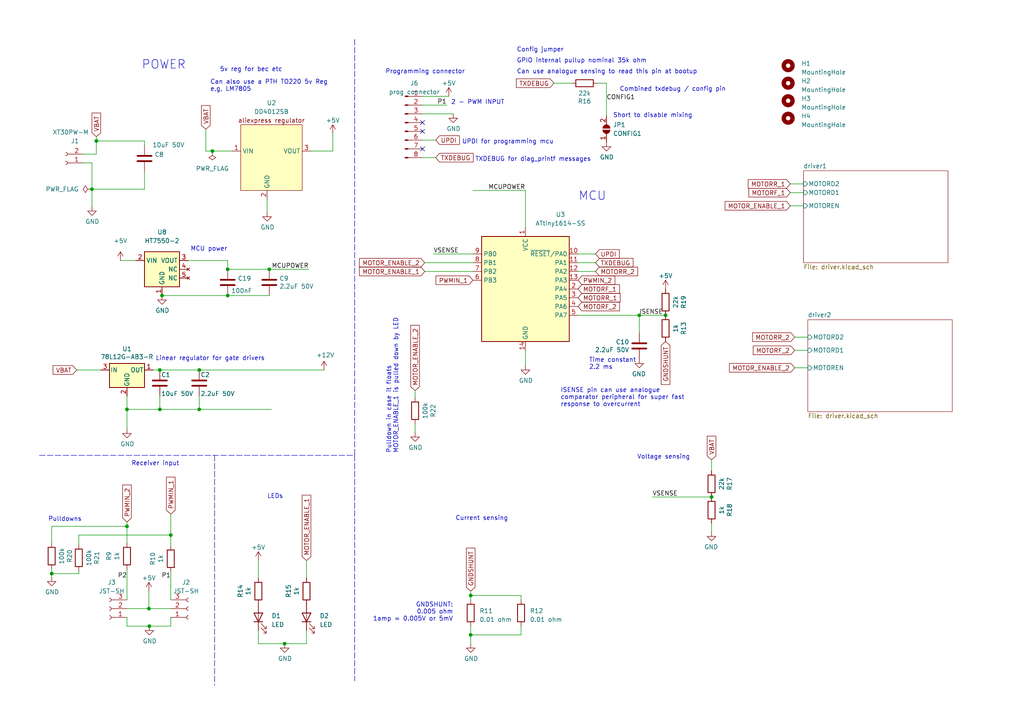
<source format=kicad_sch>
(kicad_sch (version 20211123) (generator eeschema)
  (paper "A4")
  (title_block (title "Beetle Double ESC") (date "2021-10-10") (rev "3") (company "Mark Robson"))
  (lib_symbols
    (symbol "Connector:Conn_01x02_Female" (pin_names (offset 1.016) hide)
      (property "Reference" "J" (at 0 2.54 0))
      (property "Value" "Conn_01x02_Female" (at 0 -5.08 0))
      (symbol "Conn_01x02_Female_1_1"
        (arc (start 0 -2.032) (mid -0.508 -2.54) (end 0 -3.048) (stroke (width 0.1524)))
        (polyline (pts (xy -1.27 -2.54) (xy -0.508 -2.54)) (stroke (width 0.1524)))
        (polyline (pts (xy -1.27 0) (xy -0.508 0)) (stroke (width 0.1524)))
        (arc (start 0 0.508) (mid -0.508 0) (end 0 -0.508) (stroke (width 0.1524)))
        (pin passive line (at -5.08 0 0) (length 3.81) (name "Pin_1") (number "1"))
        (pin passive line (at -5.08 -2.54 0) (length 3.81) (name "Pin_2") (number "2"))
      )
    )
    (symbol "Connector:Conn_01x03_Female" (pin_names (offset 1.016) hide)
      (property "Reference" "J" (at 0 5.08 0))
      (property "Value" "Conn_01x03_Female" (at 0 -5.08 0))
      (symbol "Conn_01x03_Female_1_1"
        (arc (start 0 -2.032) (mid -0.508 -2.54) (end 0 -3.048) (stroke (width 0.1524)))
        (polyline (pts (xy -1.27 -2.54) (xy -0.508 -2.54)) (stroke (width 0.1524)))
        (polyline (pts (xy -1.27 0) (xy -0.508 0)) (stroke (width 0.1524)))
        (polyline (pts (xy -1.27 2.54) (xy -0.508 2.54)) (stroke (width 0.1524)))
        (arc (start 0 0.508) (mid -0.508 0) (end 0 -0.508) (stroke (width 0.1524)))
        (arc (start 0 3.048) (mid -0.508 2.54) (end 0 2.032) (stroke (width 0.1524)))
        (pin passive line (at -5.08 2.54 0) (length 3.81) (name "Pin_1") (number "1"))
        (pin passive line (at -5.08 0 0) (length 3.81) (name "Pin_2") (number "2"))
        (pin passive line (at -5.08 -2.54 0) (length 3.81) (name "Pin_3") (number "3"))
      )
    )
    (symbol "Connector:Conn_01x08_Male" (pin_names (offset 1.016) hide)
      (property "Reference" "J" (at 0 10.16 0))
      (property "Value" "Conn_01x08_Male" (at 0 -12.7 0))
      (symbol "Conn_01x08_Male_1_1"
        (polyline (pts (xy 1.27 -10.16) (xy 0.8636 -10.16)) (stroke (width 0.1524)))
        (polyline (pts (xy 1.27 -7.62) (xy 0.8636 -7.62)) (stroke (width 0.1524)))
        (polyline (pts (xy 1.27 -5.08) (xy 0.8636 -5.08)) (stroke (width 0.1524)))
        (polyline (pts (xy 1.27 -2.54) (xy 0.8636 -2.54)) (stroke (width 0.1524)))
        (polyline (pts (xy 1.27 0) (xy 0.8636 0)) (stroke (width 0.1524)))
        (polyline (pts (xy 1.27 2.54) (xy 0.8636 2.54)) (stroke (width 0.1524)))
        (polyline (pts (xy 1.27 5.08) (xy 0.8636 5.08)) (stroke (width 0.1524)))
        (polyline (pts (xy 1.27 7.62) (xy 0.8636 7.62)) (stroke (width 0.1524)))
        (rectangle (start 0.8636 -10.033) (end 0 -10.287) (stroke (width 0.1524)) (fill (type outline)))
        (rectangle (start 0.8636 -7.493) (end 0 -7.747) (stroke (width 0.1524)) (fill (type outline)))
        (rectangle (start 0.8636 -4.953) (end 0 -5.207) (stroke (width 0.1524)) (fill (type outline)))
        (rectangle (start 0.8636 -2.413) (end 0 -2.667) (stroke (width 0.1524)) (fill (type outline)))
        (rectangle (start 0.8636 0.127) (end 0 -0.127) (stroke (width 0.1524)) (fill (type outline)))
        (rectangle (start 0.8636 2.667) (end 0 2.413) (stroke (width 0.1524)) (fill (type outline)))
        (rectangle (start 0.8636 5.207) (end 0 4.953) (stroke (width 0.1524)) (fill (type outline)))
        (rectangle (start 0.8636 7.747) (end 0 7.493) (stroke (width 0.1524)) (fill (type outline)))
        (pin passive line (at 5.08 7.62 180) (length 3.81) (name "Pin_1") (number "1"))
        (pin passive line (at 5.08 5.08 180) (length 3.81) (name "Pin_2") (number "2"))
        (pin passive line (at 5.08 2.54 180) (length 3.81) (name "Pin_3") (number "3"))
        (pin passive line (at 5.08 0 180) (length 3.81) (name "Pin_4") (number "4"))
        (pin passive line (at 5.08 -2.54 180) (length 3.81) (name "Pin_5") (number "5"))
        (pin passive line (at 5.08 -5.08 180) (length 3.81) (name "Pin_6") (number "6"))
        (pin passive line (at 5.08 -7.62 180) (length 3.81) (name "Pin_7") (number "7"))
        (pin passive line (at 5.08 -10.16 180) (length 3.81) (name "Pin_8") (number "8"))
      )
    )
    (symbol "Device:C" (pin_numbers hide) (pin_names (offset 0.254))
      (property "Reference" "C" (at 0.635 2.54 0))
      (property "Value" "C" (at 0.635 -2.54 0))
      (symbol "C_0_1"
        (polyline (pts (xy -2.032 -0.762) (xy 2.032 -0.762)) (stroke (width 0.508)))
        (polyline (pts (xy -2.032 0.762) (xy 2.032 0.762)) (stroke (width 0.508)))
      )
      (symbol "C_1_1"
        (pin passive line (at 0 3.81 270) (length 2.794) (name "~") (number "1"))
        (pin passive line (at 0 -3.81 90) (length 2.794) (name "~") (number "2"))
      )
    )
    (symbol "Device:LED" (pin_numbers hide) (pin_names (offset 1.016) hide)
      (property "Reference" "D" (at 0 2.54 0))
      (property "Value" "LED" (at 0 -2.54 0))
      (symbol "LED_0_1"
        (polyline (pts (xy -1.27 -1.27) (xy -1.27 1.27)) (stroke (width 0.254)))
        (polyline (pts (xy -1.27 0) (xy 1.27 0)))
        (polyline (pts (xy 1.27 -1.27) (xy 1.27 1.27) (xy -1.27 0) (xy 1.27 -1.27)) (stroke (width 0.254)))
        (polyline (pts (xy -3.048 -0.762) (xy -4.572 -2.286) (xy -3.81 -2.286) (xy -4.572 -2.286) (xy -4.572 -1.524)))
        (polyline (pts (xy -1.778 -0.762) (xy -3.302 -2.286) (xy -2.54 -2.286) (xy -3.302 -2.286) (xy -3.302 -1.524)))
      )
      (symbol "LED_1_1"
        (pin passive line (at -3.81 0 0) (length 2.54) (name "K") (number "1"))
        (pin passive line (at 3.81 0 180) (length 2.54) (name "A") (number "2"))
      )
    )
    (symbol "Device:R" (pin_numbers hide) (pin_names (offset 0))
      (property "Reference" "R" (at 2.032 0 90))
      (property "Value" "R" (at 0 0 90))
      (symbol "R_0_1"
        (rectangle (start -1.016 -2.54) (end 1.016 2.54) (stroke (width 0.254)))
      )
      (symbol "R_1_1"
        (pin passive line (at 0 3.81 270) (length 1.27) (name "~") (number "1"))
        (pin passive line (at 0 -3.81 90) (length 1.27) (name "~") (number "2"))
      )
    )
    (symbol "Jumper:SolderJumper_2_Open" (pin_names (offset 0) hide)
      (property "Reference" "JP" (at 0 2.032 0))
      (property "Value" "SolderJumper_2_Open" (at 0 -2.54 0))
      (symbol "SolderJumper_2_Open_0_1"
        (arc (start -0.254 1.016) (mid -1.27 0) (end -0.254 -1.016))
        (arc (start -0.254 1.016) (mid -1.27 0) (end -0.254 -1.016) (fill (type outline)))
        (polyline (pts (xy -0.254 1.016) (xy -0.254 -1.016)))
        (polyline (pts (xy 0.254 1.016) (xy 0.254 -1.016)))
        (arc (start 0.254 -1.016) (mid 1.27 0) (end 0.254 1.016))
        (arc (start 0.254 -1.016) (mid 1.27 0) (end 0.254 1.016) (fill (type outline)))
      )
      (symbol "SolderJumper_2_Open_1_1"
        (pin passive line (at -3.81 0 0) (length 2.54) (name "A") (number "1"))
        (pin passive line (at 3.81 0 180) (length 2.54) (name "B") (number "2"))
      )
    )
    (symbol "MCU_Microchip_ATtiny:ATtiny1614-SS"
      (property "Reference" "U" (at -12.7 16.51 0))
      (property "Value" "ATtiny1614-SS" (at 2.54 -16.51 0))
      (symbol "ATtiny1614-SS_0_1"
        (rectangle (start -12.7 -15.24) (end 12.7 15.24) (stroke (width 0.254)) (fill (type background)))
      )
      (symbol "ATtiny1614-SS_1_1"
        (pin power_in line (at 0 17.78 270) (length 2.54) (name "VCC") (number "1"))
        (pin bidirectional line (at 15.24 10.16 180) (length 2.54) (name "~{RESET}/PA0") (number "10"))
        (pin bidirectional line (at 15.24 7.62 180) (length 2.54) (name "PA1") (number "11"))
        (pin bidirectional line (at 15.24 5.08 180) (length 2.54) (name "PA2") (number "12"))
        (pin bidirectional line (at 15.24 2.54 180) (length 2.54) (name "PA3") (number "13"))
        (pin power_in line (at 0 -17.78 90) (length 2.54) (name "GND") (number "14"))
        (pin bidirectional line (at 15.24 0 180) (length 2.54) (name "PA4") (number "2"))
        (pin bidirectional line (at 15.24 -2.54 180) (length 2.54) (name "PA5") (number "3"))
        (pin bidirectional line (at 15.24 -5.08 180) (length 2.54) (name "PA6") (number "4"))
        (pin bidirectional line (at 15.24 -7.62 180) (length 2.54) (name "PA7") (number "5"))
        (pin bidirectional line (at -15.24 2.54 0) (length 2.54) (name "PB3") (number "6"))
        (pin bidirectional line (at -15.24 5.08 0) (length 2.54) (name "PB2") (number "7"))
        (pin bidirectional line (at -15.24 7.62 0) (length 2.54) (name "PB1") (number "8"))
        (pin bidirectional line (at -15.24 10.16 0) (length 2.54) (name "PB0") (number "9"))
      )
    )
    (symbol "Mechanical:MountingHole" (pin_names (offset 1.016))
      (property "Reference" "H" (at 0 5.08 0))
      (property "Value" "MountingHole" (at 0 3.175 0))
      (symbol "MountingHole_0_1"
        (circle (center 0 0) (radius 1.27) (stroke (width 1.27)))
      )
    )
    (symbol "Regulator_Linear:L78L12_SOT89" (pin_names (offset 0.254))
      (property "Reference" "U" (at -3.81 3.175 0))
      (property "Value" "L78L12_SOT89" (at -0.635 3.175 0))
      (symbol "L78L12_SOT89_0_1"
        (rectangle (start -5.08 1.905) (end 5.08 -5.08) (stroke (width 0.254)) (fill (type background)))
      )
      (symbol "L78L12_SOT89_1_1"
        (pin power_out line (at 7.62 0 180) (length 2.54) (name "OUT") (number "1"))
        (pin power_in line (at 0 -7.62 90) (length 2.54) (name "GND") (number "2"))
        (pin power_in line (at -7.62 0 0) (length 2.54) (name "IN") (number "3"))
      )
    )
    (symbol "beetledouble:DD4012SB"
      (property "Reference" "U" (at 0 5.08 0))
      (property "Value" "DD4012SB" (at 0 7.62 0))
      (symbol "DD4012SB_0_0"
        (text "aliexpress regulator" (at 0 10.16 0) (effects (font (size 1.27 1.27))))
      )
      (symbol "DD4012SB_0_1"
        (rectangle (start -8.89 8.89) (end 8.89 -10.16) (stroke (width 0.1524)) (fill (type background)))
      )
      (symbol "DD4012SB_1_1"
        (pin power_in line (at -11.43 1.27 0) (length 2.54) (name "VIN") (number "1"))
        (pin power_in line (at -1.27 -12.7 90) (length 2.54) (name "GND") (number "2"))
        (pin power_out line (at 11.43 1.27 180) (length 2.54) (name "VOUT") (number "3"))
      )
    )
    (symbol "beetledouble:HT75XX-SOT23-5"
      (property "Reference" "U" (at -5.08 -3.81 0))
      (property "Value" "HT75XX-SOT23-5" (at 0 6.35 0))
      (symbol "HT75XX-SOT23-5_0_1"
        (rectangle (start -5.08 5.08) (end 5.08 -5.08) (stroke (width 0.254)) (fill (type background)))
      )
      (symbol "HT75XX-SOT23-5_1_1"
        (pin power_in line (at 0 -7.62 90) (length 2.54) (name "GND") (number "1"))
        (pin power_in line (at -7.62 2.54 0) (length 2.54) (name "VIN") (number "2"))
        (pin power_out line (at 7.62 2.54 180) (length 2.54) (name "VOUT") (number "3"))
        (pin no_connect line (at 7.62 0 180) (length 2.54) (name "NC") (number "4"))
        (pin no_connect line (at 7.62 -2.54 180) (length 2.54) (name "NC") (number "5"))
      )
    )
    (symbol "power:+12V" (power) (pin_names (offset 0))
      (property "Value" "+12V" (at 0 3.556 0))
      (symbol "+12V_0_1"
        (polyline (pts (xy -0.762 1.27) (xy 0 2.54)))
        (polyline (pts (xy 0 0) (xy 0 2.54)))
        (polyline (pts (xy 0 2.54) (xy 0.762 1.27)))
      )
      (symbol "+12V_1_1"
        (pin power_in line (at 0 0 90) (length 0) hide (name "+12V") (number "1"))
      )
    )
    (symbol "power:+5V" (power) (pin_names (offset 0))
      (property "Value" "+5V" (at 0 3.556 0))
      (symbol "+5V_0_1"
        (polyline (pts (xy -0.762 1.27) (xy 0 2.54)))
        (polyline (pts (xy 0 0) (xy 0 2.54)))
        (polyline (pts (xy 0 2.54) (xy 0.762 1.27)))
      )
      (symbol "+5V_1_1"
        (pin power_in line (at 0 0 90) (length 0) hide (name "+5V") (number "1"))
      )
    )
    (symbol "power:GND" (power) (pin_names (offset 0))
      (property "Value" "GND" (at 0 -3.81 0))
      (symbol "GND_0_1"
        (polyline (pts (xy 0 0) (xy 0 -1.27) (xy 1.27 -1.27) (xy 0 -2.54) (xy -1.27 -1.27) (xy 0 -1.27)))
      )
      (symbol "GND_1_1"
        (pin power_in line (at 0 0 270) (length 0) hide (name "GND") (number "1"))
      )
    )
    (symbol "power:PWR_FLAG" (power) (pin_numbers hide) (pin_names (offset 0) hide)
      (property "Value" "PWR_FLAG" (at 0 3.81 0))
      (symbol "PWR_FLAG_0_0"
        (pin power_out line (at 0 0 90) (length 0) (name "pwr") (number "1"))
      )
      (symbol "PWR_FLAG_0_1"
        (polyline (pts (xy 0 0) (xy 0 1.27) (xy -1.016 1.905) (xy 0 2.54) (xy 1.016 1.905) (xy 0 1.27)))
      )
    )
  )
  (junction (at 185.42 91.44))
  (junction (at 206.375 144.145))
  (junction (at 46.355 118.745))
  (junction (at 193.04 91.44))
  (junction (at 46.355 107.315))
  (junction (at 14.986 166.37))
  (junction (at 49.53 155.194))
  (junction (at 61.595 43.815) (diameter 0.9144))
  (junction (at 136.525 172.72) (diameter 0.9144))
  (junction (at 57.785 118.745))
  (junction (at 136.525 184.15) (diameter 0.9144))
  (junction (at 78.105 78.105))
  (junction (at 26.67 54.864) (diameter 0.9144))
  (junction (at 57.785 107.315))
  (junction (at 36.83 118.745))
  (junction (at 43.307 181.61) (diameter 0.9144))
  (junction (at 66.04 85.725))
  (junction (at 43.18 176.53))
  (junction (at 82.55 186.69) (diameter 0.9144))
  (junction (at 46.99 85.725))
  (junction (at 36.83 152.654))
  (junction (at 66.04 78.105))
  (junction (at 27.94 40.894) (diameter 0.9144))
  (no_connect (at 122.555 35.56))
  (no_connect (at 122.555 38.1))
  (no_connect (at 122.555 43.18))
  (wire (pts (xy 230.505 106.68) (xy 234.315 106.68)))
  (wire (pts (xy 136.525 172.72) (xy 151.13 172.72)))
  (wire (pts (xy 151.13 172.72) (xy 151.13 173.99)))
  (polyline (pts (xy 11.43 132.08) (xy 102.87 132.08)) (stroke (width 0) (type dash)))
  (polyline (pts (xy 102.87 11.43) (xy 102.87 132.08)) (stroke (width 0) (type dash)))
  (wire (pts (xy 229.235 53.34) (xy 233.045 53.34)))
  (wire (pts (xy 57.785 118.745) (xy 78.74 118.745)))
  (wire (pts (xy 160.655 24.13) (xy 165.735 24.13)))
  (wire (pts (xy 49.53 179.07) (xy 49.53 181.61)))
  (wire (pts (xy 14.986 165.1) (xy 14.986 166.37)))
  (polyline (pts (xy 62.23 132.08) (xy 62.23 198.755)))
  (wire (pts (xy 44.45 107.315) (xy 46.355 107.315)))
  (wire (pts (xy 46.355 107.315) (xy 57.785 107.315)))
  (wire (pts (xy 54.61 75.565) (xy 66.04 75.565)))
  (wire (pts (xy 66.04 75.565) (xy 66.04 78.105)))
  (wire (pts (xy 78.105 78.105) (xy 89.535 78.105)))
  (wire (pts (xy 152.4 101.6) (xy 152.4 106.045)))
  (wire (pts (xy 136.525 171.45) (xy 136.525 172.72)))
  (wire (pts (xy 136.525 172.72) (xy 136.525 173.99)))
  (wire (pts (xy 22.86 155.194) (xy 49.53 155.194)))
  (wire (pts (xy 27.94 40.894) (xy 41.91 40.894)))
  (wire (pts (xy 41.91 40.894) (xy 41.91 42.164)))
  (wire (pts (xy 59.69 37.465) (xy 59.69 43.815)))
  (wire (pts (xy 61.595 43.815) (xy 59.69 43.815)))
  (wire (pts (xy 67.31 43.815) (xy 61.595 43.815)))
  (wire (pts (xy 120.396 122.936) (xy 120.396 125.476)))
  (wire (pts (xy 175.895 24.13) (xy 173.355 24.13)))
  (wire (pts (xy 175.895 24.13) (xy 175.895 33.655)))
  (wire (pts (xy 125.73 73.66) (xy 137.16 73.66)))
  (wire (pts (xy 22.225 107.315) (xy 29.21 107.315)))
  (wire (pts (xy 46.99 85.725) (xy 66.04 85.725)))
  (wire (pts (xy 66.04 85.725) (xy 78.105 85.725)))
  (wire (pts (xy 152.4 55.245) (xy 152.4 66.04)))
  (wire (pts (xy 185.42 91.44) (xy 167.64 91.44)))
  (wire (pts (xy 193.04 91.44) (xy 185.42 91.44)))
  (wire (pts (xy 24.13 47.244) (xy 26.67 47.244)))
  (wire (pts (xy 26.67 47.244) (xy 26.67 54.864)))
  (wire (pts (xy 26.67 54.864) (xy 26.67 59.944)))
  (wire (pts (xy 229.235 59.69) (xy 233.045 59.69)))
  (wire (pts (xy 14.986 157.48) (xy 14.986 152.654)))
  (wire (pts (xy 229.235 55.88) (xy 233.045 55.88)))
  (wire (pts (xy 36.83 176.53) (xy 43.18 176.53)))
  (wire (pts (xy 36.83 151.384) (xy 36.83 152.654)))
  (wire (pts (xy 74.93 162.56) (xy 74.93 167.64)))
  (wire (pts (xy 206.375 151.765) (xy 206.375 154.305)))
  (wire (pts (xy 36.83 152.654) (xy 36.83 157.48)))
  (wire (pts (xy 122.555 33.02) (xy 131.445 33.02)))
  (wire (pts (xy 43.307 181.61) (xy 49.53 181.61)))
  (wire (pts (xy 43.18 176.53) (xy 49.53 176.53)))
  (wire (pts (xy 66.04 78.105) (xy 78.105 78.105)))
  (wire (pts (xy 74.93 182.88) (xy 74.93 186.69)))
  (wire (pts (xy 74.93 186.69) (xy 82.55 186.69)))
  (wire (pts (xy 46.355 118.745) (xy 57.785 118.745)))
  (wire (pts (xy 90.17 43.815) (xy 96.52 43.815)))
  (wire (pts (xy 96.52 38.735) (xy 96.52 43.815)))
  (wire (pts (xy 206.375 133.35) (xy 206.375 136.525)))
  (wire (pts (xy 24.13 44.704) (xy 27.94 44.704)))
  (wire (pts (xy 27.94 40.894) (xy 27.94 39.624)))
  (wire (pts (xy 27.94 44.704) (xy 27.94 40.894)))
  (wire (pts (xy 189.23 144.145) (xy 206.375 144.145)))
  (wire (pts (xy 230.505 101.6) (xy 234.315 101.6)))
  (wire (pts (xy 152.4 55.245) (xy 137.16 55.245)))
  (wire (pts (xy 123.19 76.2) (xy 137.16 76.2)))
  (polyline (pts (xy 102.87 132.08) (xy 102.87 197.485)))
  (wire (pts (xy 136.525 184.15) (xy 136.525 181.61)))
  (wire (pts (xy 151.13 181.61) (xy 151.13 184.15)))
  (wire (pts (xy 151.13 184.15) (xy 136.525 184.15)))
  (wire (pts (xy 49.53 149.098) (xy 49.53 155.194)))
  (wire (pts (xy 36.83 181.61) (xy 43.307 181.61)))
  (wire (pts (xy 36.83 118.745) (xy 36.83 124.46)))
  (wire (pts (xy 57.785 114.935) (xy 57.785 118.745)))
  (wire (pts (xy 43.18 176.53) (xy 43.18 171.45)))
  (wire (pts (xy 185.42 91.44) (xy 185.42 96.52)))
  (wire (pts (xy 34.925 75.565) (xy 39.37 75.565)))
  (wire (pts (xy 49.53 155.194) (xy 49.53 158.242)))
  (wire (pts (xy 46.355 114.935) (xy 46.355 118.745)))
  (wire (pts (xy 122.555 27.94) (xy 130.175 27.94)))
  (wire (pts (xy 136.525 184.15) (xy 136.525 186.69)))
  (wire (pts (xy 120.396 113.284) (xy 120.396 115.316)))
  (wire (pts (xy 36.83 118.745) (xy 46.355 118.745)))
  (wire (pts (xy 88.9 162.56) (xy 88.9 167.64)))
  (wire (pts (xy 22.86 157.988) (xy 22.86 155.194)))
  (wire (pts (xy 167.64 78.74) (xy 172.72 78.74)))
  (wire (pts (xy 49.53 165.862) (xy 49.53 173.99)))
  (wire (pts (xy 36.83 179.07) (xy 36.83 181.61)))
  (wire (pts (xy 77.47 57.785) (xy 77.47 61.595)))
  (wire (pts (xy 122.555 40.64) (xy 126.365 40.64)))
  (wire (pts (xy 57.785 107.315) (xy 93.98 107.315)))
  (wire (pts (xy 14.986 152.654) (xy 36.83 152.654)))
  (wire (pts (xy 230.505 97.79) (xy 234.315 97.79)))
  (wire (pts (xy 36.83 114.935) (xy 36.83 118.745)))
  (wire (pts (xy 167.64 76.2) (xy 172.72 76.2)))
  (wire (pts (xy 36.83 165.1) (xy 36.83 173.99)))
  (wire (pts (xy 122.555 30.48) (xy 129.54 30.48)))
  (wire (pts (xy 88.9 182.88) (xy 88.9 186.69)))
  (wire (pts (xy 88.9 186.69) (xy 82.55 186.69)))
  (wire (pts (xy 14.986 166.37) (xy 14.986 167.386)))
  (wire (pts (xy 22.86 165.608) (xy 22.86 166.37)))
  (wire (pts (xy 22.86 166.37) (xy 14.986 166.37)))
  (wire (pts (xy 122.555 45.72) (xy 126.365 45.72)))
  (wire (pts (xy 167.64 73.66) (xy 172.72 73.66)))
  (wire (pts (xy 123.19 78.74) (xy 137.16 78.74)))
  (wire (pts (xy 41.91 49.784) (xy 41.91 54.864)))
  (wire (pts (xy 26.67 54.864) (xy 41.91 54.864)))
  (text "Voltage sensing" (at 184.785 133.35 0) (effects (font (size 1.27 1.27)) (justify left bottom)))
  (text "LEDs" (at 77.47 144.78 0) (effects (font (size 1.27 1.27)) (justify left bottom)))
  (text "5v reg for bec etc" (at 81.915 20.955 180) (effects (font (size 1.27 1.27)) (justify right bottom)))
  (text "Can use analogue sensing to read this pin at bootup" (at 149.86 21.59 0) (effects (font (size 1.27 1.27)) (justify left bottom)))
  (text "Linear regulator for gate drivers" (at 76.835 104.775 180) (effects (font (size 1.27 1.27)) (justify right bottom)))
  (text "Programming connector" (at 111.76 21.59 0) (effects (font (size 1.27 1.27)) (justify left bottom)))
  (text "Pulldowns" (at 13.97 151.384 0) (effects (font (size 1.27 1.27)) (justify left bottom)))
  (text "Short to disable mixing" (at 177.8 34.29 0) (effects (font (size 1.27 1.27)) (justify left bottom)))
  (text "POWER" (at 53.975 20.32 180) (effects (font (size 2.5 2.5)) (justify right bottom)))
  (text "Can also use a PTH TO220 5v Reg\ne,g, LM7805" (at 60.96 26.67 0) (effects (font (size 1.27 1.27)) (justify left bottom)))
  (text "MCU power" (at 55.245 73.025 0) (effects (font (size 1.27 1.27)) (justify left bottom)))
  (text "Combined txdebug / config pin" (at 179.705 26.67 0) (effects (font (size 1.27 1.27)) (justify left bottom)))
  (text "MCU" (at 175.895 58.42 180) (effects (font (size 2.5 2.5)) (justify right bottom)))
  (text "GNDSHUNT:\n0.005 ohm\n1amp = 0.005V or 5mV" (at 131.445 180.34 180) (effects (font (size 1.27 1.27)) (justify right bottom)))
  (text "ISENSE pin can use analogue \ncomparator peripheral for super fast\nresponse to overcurrent" (at 162.56 118.11 0) (effects (font (size 1.27 1.27)) (justify left bottom)))
  (text "Pulldown in case it floats\nMOTOR_ENABLE_1 is pulled down by LED" (at 115.57 131.572 90) (effects (font (size 1.27 1.27)) (justify left bottom)))
  (text "GPIO internal pullup nominal 35k ohm" (at 149.86 18.415 0) (effects (font (size 1.27 1.27)) (justify left bottom)))
  (text "Current sensing" (at 132.08 151.13 0) (effects (font (size 1.27 1.27)) (justify left bottom)))
  (text "2 - PWM INPUT" (at 130.81 30.48 0) (effects (font (size 1.27 1.27)) (justify left bottom)))
  (text "Time constant\n2.2 ms" (at 170.815 107.315 0) (effects (font (size 1.27 1.27)) (justify left bottom)))
  (text "Receiver input" (at 38.1 135.255 0) (effects (font (size 1.27 1.27)) (justify left bottom)))
  (text "UPDI for programming mcu" (at 133.985 41.91 0) (effects (font (size 1.27 1.27)) (justify left bottom)))
  (text "TXDEBUG for diag_printf messages" (at 137.795 46.99 0) (effects (font (size 1.27 1.27)) (justify left bottom)))
  (text "Config jumper" (at 149.86 15.24 0) (effects (font (size 1.27 1.27)) (justify left bottom)))
  (label "VSENSE" (at 125.73 73.66 0))
  (label "VSENSE" (at 189.23 144.145 0))
  (label "MCUPOWER" (at 141.605 55.245 0))
  (label "MCUPOWER" (at 89.535 78.105 180))
  (label "P1" (at 129.54 30.48 180))
  (label "ISENSE" (at 185.42 91.44 0))
  (label "CONFIG1" (at 175.895 29.21 0))
  (label "P1" (at 49.53 167.894 180))
  (label "P2" (at 36.83 167.894 180))
  (global_label "MOTORR_2" (shape input) (at 230.505 97.79 180) (property "Intersheet References" "${INTERSHEET_REFS}" (effects hide)))
  (global_label "MOTORR_1" (shape input) (at 229.235 53.34 180) (property "Intersheet References" "${INTERSHEET_REFS}" (effects hide)))
  (global_label "PWMIN_2" (shape input) (at 36.83 151.384 90) (property "Intersheet References" "${INTERSHEET_REFS}" (effects hide)))
  (global_label "PWMIN_1" (shape input) (at 49.53 149.098 90) (property "Intersheet References" "${INTERSHEET_REFS}" (effects hide)))
  (global_label "MOTORF_1" (shape input) (at 167.64 83.82 0) (property "Intersheet References" "${INTERSHEET_REFS}" (effects hide)))
  (global_label "MOTOR_ENABLE_1" (shape input) (at 229.235 59.69 180) (property "Intersheet References" "${INTERSHEET_REFS}" (effects hide)))
  (global_label "MOTORR_2" (shape input) (at 172.72 78.74 0) (property "Intersheet References" "${INTERSHEET_REFS}" (effects hide)))
  (global_label "MOTORF_1" (shape input) (at 229.235 55.88 180) (property "Intersheet References" "${INTERSHEET_REFS}" (effects hide)))
  (global_label "GNDSHUNT" (shape input) (at 193.04 99.06 270) (property "Intersheet References" "${INTERSHEET_REFS}" (effects hide)))
  (global_label "MOTOR_ENABLE_1" (shape input) (at 123.19 78.74 180) (property "Intersheet References" "${INTERSHEET_REFS}" (effects hide)))
  (global_label "MOTOR_ENABLE_2" (shape input) (at 120.396 113.284 90) (property "Intersheet References" "${INTERSHEET_REFS}" (effects hide)))
  (global_label "VBAT" (shape input) (at 27.94 39.624 90) (property "Intersheet References" "${INTERSHEET_REFS}" (effects hide)))
  (global_label "PWMIN_1" (shape input) (at 137.16 81.28 180) (property "Intersheet References" "${INTERSHEET_REFS}" (effects hide)))
  (global_label "TXDEBUG" (shape input) (at 126.365 45.72 0) (property "Intersheet References" "${INTERSHEET_REFS}" (effects hide)))
  (global_label "VBAT" (shape input) (at 59.69 37.465 90) (property "Intersheet References" "${INTERSHEET_REFS}" (effects hide)))
  (global_label "MOTOR_ENABLE_2" (shape input) (at 123.19 76.2 180) (property "Intersheet References" "${INTERSHEET_REFS}" (effects hide)))
  (global_label "MOTORF_2" (shape input) (at 167.64 88.9 0) (property "Intersheet References" "${INTERSHEET_REFS}" (effects hide)))
  (global_label "UPDI" (shape input) (at 126.365 40.64 0) (property "Intersheet References" "${INTERSHEET_REFS}" (effects hide)))
  (global_label "TXDEBUG" (shape input) (at 160.655 24.13 180) (property "Intersheet References" "${INTERSHEET_REFS}" (effects hide)))
  (global_label "TXDEBUG" (shape input) (at 172.72 76.2 0) (property "Intersheet References" "${INTERSHEET_REFS}" (effects hide)))
  (global_label "PWMIN_2" (shape input) (at 167.64 81.28 0) (property "Intersheet References" "${INTERSHEET_REFS}" (effects hide)))
  (global_label "MOTORF_2" (shape input) (at 230.505 101.6 180) (property "Intersheet References" "${INTERSHEET_REFS}" (effects hide)))
  (global_label "MOTOR_ENABLE_1" (shape input) (at 88.9 162.56 90) (property "Intersheet References" "${INTERSHEET_REFS}" (effects hide)))
  (global_label "MOTOR_ENABLE_2" (shape input) (at 230.505 106.68 180) (property "Intersheet References" "${INTERSHEET_REFS}" (effects hide)))
  (global_label "MOTORR_1" (shape input) (at 167.64 86.36 0) (property "Intersheet References" "${INTERSHEET_REFS}" (effects hide)))
  (global_label "GNDSHUNT" (shape input) (at 136.525 171.45 90) (property "Intersheet References" "${INTERSHEET_REFS}" (effects hide)))
  (global_label "VBAT" (shape input) (at 206.375 133.35 90) (property "Intersheet References" "${INTERSHEET_REFS}" (effects hide)))
  (global_label "VBAT" (shape input) (at 22.225 107.315 180) (property "Intersheet References" "${INTERSHEET_REFS}" (effects hide)))
  (global_label "UPDI" (shape input) (at 172.72 73.66 0) (property "Intersheet References" "${INTERSHEET_REFS}" (effects hide)))
  (symbol (lib_id "Connector:Conn_01x08_Male") (at 117.475 35.56 0) (unit 1)
    (property "Reference" "J6" (at 120.1674 24.13 0))
    (property "Value" "prog connector" (at 120.1674 26.67 0))
    (property "Footprint" "beetledouble:SOIC_clipProgSmall" (effects hide))
  )
  (symbol (lib_id "beetledouble:HT75XX-SOT23-5") (at 46.99 78.105 0) (unit 1)
    (property "Reference" "U8" (at 46.99 67.31 0))
    (property "Value" "HT7550-2" (at 46.99 69.85 0))
    (property "Footprint" "Package_TO_SOT_SMD:SOT-23-5" (effects hide))
    (property "Datasheet" "https://www.holtek.com/documents/10179/116711/HT75xx-1v250.pdf" (effects hide))
    (property "LCSC" "C81799" (effects hide))
  )
  (symbol (lib_id "power:GND") (at 36.83 124.46 0) (unit 1)
    (property "Reference" "#PWR02" (effects hide))
    (property "Value" "GND" (at 36.9443 128.7844 0))
  )
  (symbol (lib_id "beetledouble:DD4012SB") (at 78.74 45.085 0) (unit 1)
    (property "Reference" "U2" (at 78.74 29.845 0))
    (property "Value" "DD4012SB" (at 78.74 32.385 0))
    (property "Footprint" "beetledouble:aliexpress_regulator_3p" (effects hide))
    (property "Datasheet" "https://www.aliexpress.com/item/32973365190.html" (effects hide))
  )
  (symbol (lib_id "Device:C") (at 46.355 111.125 0) (unit 1)
    (property "Reference" "C1" (at 46.7361 108.7056 0) (effects (justify left)))
    (property "Value" "10uF 50V" (at 46.7361 114.1793 0) (effects (justify left)))
    (property "Footprint" "Capacitor_SMD:C_1206_3216Metric" (effects hide))
    (property "LCSC" "C13585" (effects hide))
  )
  (symbol (lib_id "power:PWR_FLAG") (at 61.595 43.815 180) (unit 1)
    (property "Reference" "#FLG01" (effects hide))
    (property "Value" "PWR_FLAG" (at 61.595 48.895 0))
  )
  (symbol (lib_id "Mechanical:MountingHole") (at 228.6 19.05 0) (unit 1)
    (property "Reference" "H1" (at 232.41 18.4149 0) (effects (justify left)))
    (property "Value" "MountingHole" (at 232.41 20.9549 0) (effects (justify left)))
    (property "Footprint" "MountingHole:MountingHole_2.7mm_M2.5" (effects hide))
  )
  (symbol (lib_id "Mechanical:MountingHole") (at 228.6 34.29 0) (unit 1)
    (property "Reference" "H4" (at 232.41 33.6549 0) (effects (justify left)))
    (property "Value" "MountingHole" (at 232.41 36.1949 0) (effects (justify left)))
    (property "Footprint" "MountingHole:MountingHole_2.7mm_M2.5" (effects hide))
  )
  (symbol (lib_id "power:GND") (at 77.47 61.595 0) (unit 1)
    (property "Reference" "#PWR03" (effects hide))
    (property "Value" "GND" (at 77.5843 65.9194 0))
  )
  (symbol (lib_id "Device:LED") (at 88.9 179.07 90) (unit 1)
    (property "Reference" "D2" (at 92.71 178.6254 90) (effects (justify right)))
    (property "Value" "LED" (at 92.71 181.1654 90) (effects (justify right)))
    (property "Footprint" "LED_SMD:LED_0603_1608Metric_Pad1.05x0.95mm_HandSolder" (effects hide))
    (property "LCSC" "C2286" (effects hide))
  )
  (symbol (lib_id "Device:R") (at 49.53 162.052 180) (unit 1)
    (property "Reference" "R10" (at 44.3038 162.052 90))
    (property "Value" "1k" (at 46.6025 162.052 90))
    (property "Footprint" "Resistor_SMD:R_0603_1608Metric" (effects hide))
    (property "LCSC" "C21190" (effects hide))
  )
  (symbol (lib_id "Device:R") (at 193.04 87.63 0) (unit 1)
    (property "Reference" "R19" (at 198.2662 87.63 90))
    (property "Value" "22k" (at 195.9675 87.63 90))
    (property "Footprint" "Resistor_SMD:R_0603_1608Metric" (effects hide))
    (property "LCSC" "C31850" (effects hide))
  )
  (symbol (lib_id "power:+5V") (at 96.52 38.735 0) (unit 1)
    (property "Reference" "#PWR04" (effects hide))
    (property "Value" "+5V" (at 96.52 34.925 0))
  )
  (symbol (lib_id "Connector:Conn_01x03_Female") (at 54.61 176.53 0) (mirror x) (unit 1)
    (property "Reference" "J2" (at 53.975 168.91 0))
    (property "Value" "JST-SH" (at 53.975 171.45 0))
    (property "Footprint" "Connector_JST:JST_SH_SM03B-SRSS-TB_1x03-1MP_P1.00mm_Horizontal" (effects hide))
  )
  (symbol (lib_id "power:GND") (at 14.986 167.386 0) (unit 1)
    (property "Reference" "#PWR025" (effects hide))
    (property "Value" "GND" (at 15.1003 171.7104 0))
  )
  (symbol (lib_id "power:GND") (at 185.42 104.14 0) (mirror y) (unit 1)
    (property "Reference" "#PWR0102" (effects hide))
    (property "Value" "GND" (at 185.3057 108.4644 0))
  )
  (symbol (lib_id "MCU_Microchip_ATtiny:ATtiny1614-SS") (at 152.4 83.82 0) (unit 1)
    (property "Reference" "U3" (at 162.56 62.23 0))
    (property "Value" "ATtiny1614-SS" (at 162.56 64.77 0))
    (property "Footprint" "Package_SO:SOIC-14_3.9x8.7mm_P1.27mm" (effects hide))
    (property "Datasheet" "http://ww1.microchip.com/downloads/en/DeviceDoc/ATtiny1614-data-sheet-40001995A.pdf" (effects hide))
    (property "LCSC" "C481364" (effects hide))
  )
  (symbol (lib_id "power:GND") (at 43.307 181.61 0) (unit 1)
    (property "Reference" "#PWR0101" (effects hide))
    (property "Value" "GND" (at 43.4213 185.9344 0))
  )
  (symbol (lib_id "power:GND") (at 82.55 186.69 0) (unit 1)
    (property "Reference" "#PWR020" (effects hide))
    (property "Value" "GND" (at 82.6643 191.0144 0))
  )
  (symbol (lib_id "Device:R") (at 14.986 161.29 0) (unit 1)
    (property "Reference" "R20" (at 20.2122 161.29 90))
    (property "Value" "100k" (at 17.9135 161.29 90))
    (property "Footprint" "Resistor_SMD:R_0603_1608Metric" (effects hide))
  )
  (symbol (lib_id "power:GND") (at 46.99 85.725 0) (unit 1)
    (property "Reference" "#PWR014" (effects hide))
    (property "Value" "GND" (at 47.1043 90.0494 0))
  )
  (symbol (lib_id "power:GND") (at 206.375 154.305 0) (mirror y) (unit 1)
    (property "Reference" "#PWR023" (effects hide))
    (property "Value" "GND" (at 206.2607 158.6294 0))
  )
  (symbol (lib_id "Device:R") (at 36.83 161.29 180) (unit 1)
    (property "Reference" "R9" (at 31.6038 161.29 90))
    (property "Value" "1k" (at 33.9025 161.29 90))
    (property "Footprint" "Resistor_SMD:R_0603_1608Metric" (effects hide))
    (property "LCSC" "C21190" (effects hide))
  )
  (symbol (lib_id "power:PWR_FLAG") (at 26.67 54.864 90) (unit 1)
    (property "Reference" "#FLG0101" (effects hide))
    (property "Value" "PWR_FLAG" (at 22.86 54.8639 90) (effects (justify left)))
  )
  (symbol (lib_id "Device:R") (at 88.9 171.45 180) (unit 1)
    (property "Reference" "R15" (at 83.6738 171.45 90))
    (property "Value" "1k" (at 85.9725 171.45 90))
    (property "Footprint" "Resistor_SMD:R_0603_1608Metric" (effects hide))
    (property "LCSC" "C21190" (effects hide))
  )
  (symbol (lib_id "Device:R") (at 193.04 95.25 0) (mirror x) (unit 1)
    (property "Reference" "R13" (at 198.2662 95.25 90))
    (property "Value" "1k" (at 195.9675 95.25 90))
    (property "Footprint" "Resistor_SMD:R_0603_1608Metric" (effects hide))
    (property "LCSC" "C21190" (effects hide))
  )
  (symbol (lib_id "Device:R") (at 136.525 177.8 180) (unit 1)
    (property "Reference" "R11" (at 139.065 177.1649 0) (effects (justify right)))
    (property "Value" "0.01 ohm" (at 139.065 179.7049 0) (effects (justify right)))
    (property "Footprint" "Resistor_SMD:R_2512_6332Metric_Pad1.40x3.35mm_HandSolder" (effects hide))
    (property "LCSC" "C146895" (effects hide))
  )
  (symbol (lib_id "Mechanical:MountingHole") (at 228.6 24.13 0) (unit 1)
    (property "Reference" "H2" (at 232.41 23.4949 0) (effects (justify left)))
    (property "Value" "MountingHole" (at 232.41 26.0349 0) (effects (justify left)))
    (property "Footprint" "MountingHole:MountingHole_2.7mm_M2.5" (effects hide))
  )
  (symbol (lib_id "Device:R") (at 206.375 140.335 0) (unit 1)
    (property "Reference" "R17" (at 211.6012 140.335 90))
    (property "Value" "22k" (at 209.3025 140.335 90))
    (property "Footprint" "Resistor_SMD:R_0603_1608Metric" (effects hide))
    (property "LCSC" "C31850" (effects hide))
  )
  (symbol (lib_id "power:+5V") (at 74.93 162.56 0) (unit 1)
    (property "Reference" "#PWR019" (effects hide))
    (property "Value" "+5V" (at 74.93 158.75 0))
  )
  (symbol (lib_id "Device:R") (at 169.545 24.13 270) (unit 1)
    (property "Reference" "R16" (at 169.545 29.3562 90))
    (property "Value" "22k" (at 169.545 27.0575 90))
    (property "Footprint" "Resistor_SMD:R_0603_1608Metric" (effects hide))
    (property "LCSC" "C31850" (effects hide))
  )
  (symbol (lib_id "power:+12V") (at 93.98 107.315 0) (unit 1)
    (property "Reference" "#PWR05" (effects hide))
    (property "Value" "+12V" (at 94.3483 102.9906 0))
  )
  (symbol (lib_id "Mechanical:MountingHole") (at 228.6 29.21 0) (unit 1)
    (property "Reference" "H3" (at 232.41 28.5749 0) (effects (justify left)))
    (property "Value" "MountingHole" (at 232.41 31.1149 0) (effects (justify left)))
    (property "Footprint" "MountingHole:MountingHole_2.7mm_M2.5" (effects hide))
  )
  (symbol (lib_id "Device:R") (at 74.93 171.45 180) (unit 1)
    (property "Reference" "R14" (at 69.7038 171.45 90))
    (property "Value" "1k" (at 72.0025 171.45 90))
    (property "Footprint" "Resistor_SMD:R_0603_1608Metric" (effects hide))
    (property "LCSC" "C21190" (effects hide))
  )
  (symbol (lib_id "power:+5V") (at 34.925 75.565 0) (unit 1)
    (property "Reference" "#PWR016" (effects hide))
    (property "Value" "+5V" (at 34.925 69.85 0))
  )
  (symbol (lib_id "Device:C") (at 41.91 45.974 0) (unit 1)
    (property "Reference" "C8" (at 44.8311 44.8246 0) (effects (justify left)))
    (property "Value" "10uF 50V" (at 44.1961 42.0433 0) (effects (justify left)))
    (property "Footprint" "Capacitor_SMD:C_1206_3216Metric" (effects hide))
    (property "LCSC" "C13585" (effects hide))
  )
  (symbol (lib_id "Device:C") (at 78.105 81.915 0) (unit 1)
    (property "Reference" "C9" (at 81.026 80.766 0) (effects (justify left)))
    (property "Value" "2.2uF 50V" (at 81.0261 83.0643 0) (effects (justify left)))
    (property "Footprint" "Capacitor_SMD:C_0603_1608Metric" (effects hide))
    (property "LCSC" "C162273" (effects hide))
  )
  (symbol (lib_id "Regulator_Linear:L78L12_SOT89") (at 36.83 107.315 0) (unit 1)
    (property "Reference" "U1" (at 36.83 101.1998 0))
    (property "Value" "78L12G-AB3-R " (at 36.83 103.498 0))
    (property "Footprint" "Package_TO_SOT_SMD:SOT-89-3" (effects hide))
    (property "Datasheet" "http://www.st.com/content/ccc/resource/technical/document/datasheet/15/55/e5/aa/23/5b/43/fd/CD00000446.pdf/files/CD00000446.pdf/jcr:content/translations/en.CD00000446.pdf" (effects hide))
    (property "LCSC" "C75501" (effects hide))
    (property "Manufacturer" "Unisonic" (effects hide))
  )
  (symbol (lib_id "Connector:Conn_01x02_Female") (at 19.05 47.244 180) (unit 1)
    (property "Reference" "J1" (at 21.7424 40.894 0))
    (property "Value" "XT30PW-M" (at 20.4724 38.354 0))
    (property "Footprint" "beetledouble:beetlepower" (effects hide))
  )
  (symbol (lib_id "power:GND") (at 152.4 106.045 0) (unit 1)
    (property "Reference" "#PWR017" (effects hide))
    (property "Value" "GND" (at 152.5143 110.3694 0))
  )
  (symbol (lib_id "Device:C") (at 57.785 111.125 0) (unit 1)
    (property "Reference" "C2" (at 58.166 108.706 0) (effects (justify left)))
    (property "Value" "2.2uF 50V" (at 58.1661 114.1793 0) (effects (justify left)))
    (property "Footprint" "Capacitor_SMD:C_0603_1608Metric" (effects hide))
    (property "LCSC" "C162273" (effects hide))
  )
  (symbol (lib_id "Device:LED") (at 74.93 179.07 90) (unit 1)
    (property "Reference" "D1" (at 78.74 178.6254 90) (effects (justify right)))
    (property "Value" "LED" (at 78.74 181.1654 90) (effects (justify right)))
    (property "Footprint" "LED_SMD:LED_0603_1608Metric_Pad1.05x0.95mm_HandSolder" (effects hide))
    (property "LCSC" "C2286" (effects hide))
  )
  (symbol (lib_id "power:+5V") (at 193.04 83.82 0) (unit 1)
    (property "Reference" "#PWR024" (effects hide))
    (property "Value" "+5V" (at 193.04 80.01 0))
  )
  (symbol (lib_id "power:GND") (at 131.445 33.02 0) (unit 1)
    (property "Reference" "#PWR015" (effects hide))
    (property "Value" "GND" (at 131.5593 37.3444 0))
  )
  (symbol (lib_id "Device:R") (at 120.396 119.126 0) (unit 1)
    (property "Reference" "R22" (at 125.6222 119.126 90))
    (property "Value" "100k" (at 123.3235 119.126 90))
    (property "Footprint" "Resistor_SMD:R_0603_1608Metric" (effects hide))
  )
  (symbol (lib_id "Device:C") (at 66.04 81.915 0) (unit 1)
    (property "Reference" "C19" (at 68.961 80.766 0) (effects (justify left)))
    (property "Value" "100nF" (at 67.0561 84.3343 0) (effects (justify left)))
    (property "Footprint" "Capacitor_SMD:C_0603_1608Metric" (effects hide))
    (property "LCSC" "C14663" (effects hide))
  )
  (symbol (lib_id "power:GND") (at 120.396 125.476 0) (unit 1)
    (property "Reference" "#PWR026" (effects hide))
    (property "Value" "GND" (at 120.5103 129.8004 0))
  )
  (symbol (lib_id "power:GND") (at 136.525 186.69 0) (unit 1)
    (property "Reference" "#PWR018" (effects hide))
    (property "Value" "GND" (at 136.6393 191.0144 0))
  )
  (symbol (lib_id "Device:R") (at 22.86 161.798 0) (unit 1)
    (property "Reference" "R21" (at 28.0862 161.798 90))
    (property "Value" "100k" (at 25.7875 161.798 90))
    (property "Footprint" "Resistor_SMD:R_0603_1608Metric" (effects hide))
  )
  (symbol (lib_id "Device:C") (at 185.42 100.33 0) (mirror y) (unit 1)
    (property "Reference" "C10" (at 182.499 99.181 0) (effects (justify left)))
    (property "Value" "2.2uF 50V" (at 182.4989 101.4793 0) (effects (justify left)))
    (property "Footprint" "Capacitor_SMD:C_0603_1608Metric" (effects hide))
    (property "LCSC" "C162273" (effects hide))
  )
  (symbol (lib_id "Device:R") (at 206.375 147.955 0) (mirror x) (unit 1)
    (property "Reference" "R18" (at 211.6012 147.955 90))
    (property "Value" "1k" (at 209.3025 147.955 90))
    (property "Footprint" "Resistor_SMD:R_0603_1608Metric" (effects hide))
    (property "LCSC" "C21190" (effects hide))
  )
  (symbol (lib_id "Connector:Conn_01x03_Female") (at 31.75 176.53 180) (unit 1)
    (property "Reference" "J3" (at 32.385 168.91 0))
    (property "Value" "JST-SH" (at 32.385 171.45 0))
    (property "Footprint" "Connector_JST:JST_SH_SM03B-SRSS-TB_1x03-1MP_P1.00mm_Horizontal" (effects hide))
  )
  (symbol (lib_id "power:+5V") (at 130.175 27.94 0) (unit 1)
    (property "Reference" "#PWR0104" (effects hide))
    (property "Value" "+5V" (at 130.175 24.13 0))
  )
  (symbol (lib_id "power:GND") (at 175.895 41.275 0) (unit 1)
    (property "Reference" "#PWR022" (effects hide))
    (property "Value" "GND" (at 176.0093 45.5994 0))
  )
  (symbol (lib_id "Device:R") (at 151.13 177.8 180) (unit 1)
    (property "Reference" "R12" (at 153.67 177.1649 0) (effects (justify right)))
    (property "Value" "0.01 ohm" (at 153.67 179.7049 0) (effects (justify right)))
    (property "Footprint" "Resistor_SMD:R_2512_6332Metric_Pad1.40x3.35mm_HandSolder" (effects hide))
    (property "LCSC" "C146895" (effects hide))
  )
  (symbol (lib_id "Jumper:SolderJumper_2_Open") (at 175.895 37.465 90) (unit 1)
    (property "Reference" "JP1" (at 177.8 36.1949 90) (effects (justify right)))
    (property "Value" "CONFIG1" (at 177.8 38.7349 90) (effects (justify right)))
    (property "Footprint" "Jumper:SolderJumper-2_P1.3mm_Open_TrianglePad1.0x1.5mm" (effects hide))
  )
  (symbol (lib_id "power:GND") (at 26.67 59.944 0) (unit 1)
    (property "Reference" "#PWR01" (effects hide))
    (property "Value" "GND" (at 26.7843 64.2684 0))
  )
  (symbol (lib_id "power:+5V") (at 43.18 171.45 0) (unit 1)
    (property "Reference" "#PWR021" (effects hide))
    (property "Value" "+5V" (at 43.18 167.64 0))
  )
  (sheet (at 233.045 49.53) (size 41.91 26.67) (stroke (width 0.0006))
    (property "Sheet name" "driver1" (at 233.045 48.8943 0) (effects (justify left bottom)))
    (property "Sheet file" "driver.kicad_sch" (at 233.045 76.7087 0) (effects (justify left top)))
    (pin "MOTORD2" input (at 233.045 53.34 180))
    (pin "MOTOREN" input (at 233.045 59.69 180))
    (pin "MOTORD1" input (at 233.045 55.88 180))
  )
  (sheet (at 234.315 92.71) (size 41.91 26.67) (stroke (width 0.0006))
    (property "Sheet name" "driver2" (at 234.315 92.0743 0) (effects (justify left bottom)))
    (property "Sheet file" "driver.kicad_sch" (at 234.315 119.8887 0) (effects (justify left top)))
    (pin "MOTORD2" input (at 234.315 97.79 180))
    (pin "MOTOREN" input (at 234.315 106.68 180))
    (pin "MOTORD1" input (at 234.315 101.6 180))
  )
)
</source>
